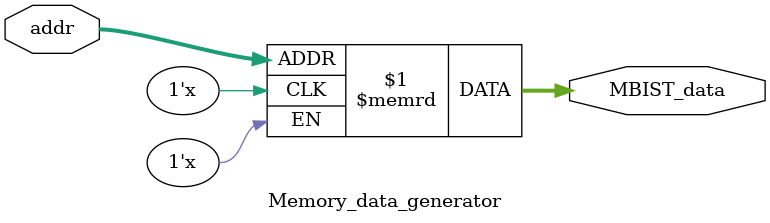
<source format=v>

module Memory_data_generator #(
    parameter SYSTOLIC_SIZE = 8,
    parameter WEIGHT_WIDTH = 8,
    parameter ACTIVATION_WIDTH = 8,
    parameter PARTIAL_SUM_WIDTH = WEIGHT_WIDTH + ACTIVATION_WIDTH + $clog2(SYSTOLIC_SIZE),
    parameter ADDR_WIDTH = $clog2(SYSTOLIC_SIZE),
    parameter MBIST_PATTERN_DEPTH = 8  // March算法步驟數
) (
    input [ADDR_WIDTH-1:0] addr,
    output [PARTIAL_SUM_WIDTH-1:0] MBIST_data
);

    // 8組不同的測試資料，分別送進每一個記憶體裡面
    reg [PARTIAL_SUM_WIDTH-1:0] Memory_test_data [0:MBIST_PATTERN_DEPTH-1];
    assign MBIST_data = Memory_test_data[addr]; 


    // 每個mem位置個別有測試資料
    // reg [SYSTOLIC_SIZE*PARTIAL_SUM_WIDTH-1:0] Memory_test_date [0:SYSTOLIC_SIZE-1];  
    // assign MBIST_data = Memory_test_date[addr];

    // 全部都用同一筆data測試存進去的結果跟出來的結果是否正確
    // reg [PARTIAL_SUM_WIDTH-1:0] Memory_test_date ;  
    // assign MBIST_data = Memory_test_date;

endmodule


/*
// MBIST Test Patterns for Memory Data Generator
// Based on March C- Algorithm
// Format: 19-bit binary data (PARTIAL_SUM_WIDTH)
// Pattern Index | Description | Binary Pattern

// Pattern 0: All zeros (Background)
0000000000000000000

// Pattern 1: All ones (Inverted background)
1111111111111111111

// Pattern 2: Alternating pattern 01010... (Coupling faults)
0101010101010101010

// Pattern 3: Alternating pattern 10101... (Inverted coupling)
1010101010101010101

// Pattern 4: All zeros (Repeated for march algorithm)
0000000000000000000

// Pattern 5: All ones (Repeated for march algorithm)
1111111111111111111

// Pattern 6: Walking 1s pattern (Address-based pattern)
0000000000000000001

// Pattern 7: Walking 0s pattern (Inverted address-based)
1111111111111111110

*/
</source>
